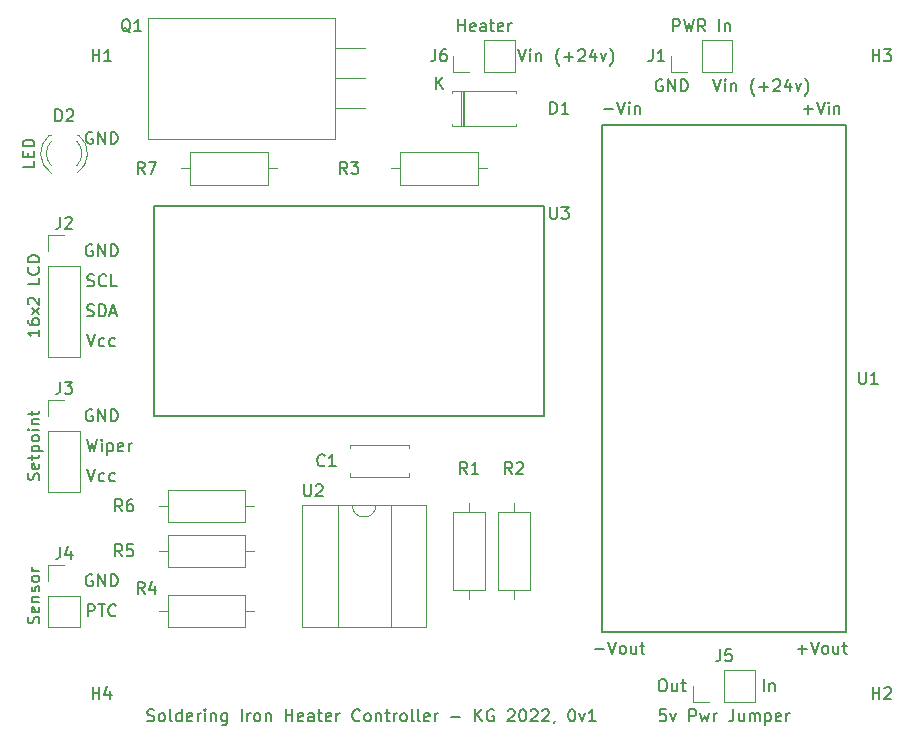
<source format=gbr>
G04 #@! TF.GenerationSoftware,KiCad,Pcbnew,(5.0.2-5)-5*
G04 #@! TF.CreationDate,2022-02-20T19:00:33+00:00*
G04 #@! TF.ProjectId,soldering_iron,736f6c64-6572-4696-9e67-5f69726f6e2e,rev?*
G04 #@! TF.SameCoordinates,Original*
G04 #@! TF.FileFunction,Legend,Top*
G04 #@! TF.FilePolarity,Positive*
%FSLAX46Y46*%
G04 Gerber Fmt 4.6, Leading zero omitted, Abs format (unit mm)*
G04 Created by KiCad (PCBNEW (5.0.2-5)-5) date Sunday, 20 February 2022 at 19:00:33*
%MOMM*%
%LPD*%
G01*
G04 APERTURE LIST*
%ADD10C,0.152400*%
%ADD11C,0.150000*%
%ADD12C,0.120000*%
%ADD13C,0.127000*%
G04 APERTURE END LIST*
D10*
X137970380Y-79199619D02*
X137970380Y-78183619D01*
X138454190Y-78522285D02*
X138454190Y-79199619D01*
X138454190Y-78619047D02*
X138502571Y-78570666D01*
X138599333Y-78522285D01*
X138744476Y-78522285D01*
X138841238Y-78570666D01*
X138889619Y-78667428D01*
X138889619Y-79199619D01*
X129328333Y-78183619D02*
X129521857Y-78183619D01*
X129618619Y-78232000D01*
X129715380Y-78328761D01*
X129763761Y-78522285D01*
X129763761Y-78860952D01*
X129715380Y-79054476D01*
X129618619Y-79151238D01*
X129521857Y-79199619D01*
X129328333Y-79199619D01*
X129231571Y-79151238D01*
X129134809Y-79054476D01*
X129086428Y-78860952D01*
X129086428Y-78522285D01*
X129134809Y-78328761D01*
X129231571Y-78232000D01*
X129328333Y-78183619D01*
X130634619Y-78522285D02*
X130634619Y-79199619D01*
X130199190Y-78522285D02*
X130199190Y-79054476D01*
X130247571Y-79151238D01*
X130344333Y-79199619D01*
X130489476Y-79199619D01*
X130586238Y-79151238D01*
X130634619Y-79102857D01*
X130973285Y-78522285D02*
X131360333Y-78522285D01*
X131118428Y-78183619D02*
X131118428Y-79054476D01*
X131166809Y-79151238D01*
X131263571Y-79199619D01*
X131360333Y-79199619D01*
X85785476Y-81691238D02*
X85930619Y-81739619D01*
X86172523Y-81739619D01*
X86269285Y-81691238D01*
X86317666Y-81642857D01*
X86366047Y-81546095D01*
X86366047Y-81449333D01*
X86317666Y-81352571D01*
X86269285Y-81304190D01*
X86172523Y-81255809D01*
X85979000Y-81207428D01*
X85882238Y-81159047D01*
X85833857Y-81110666D01*
X85785476Y-81013904D01*
X85785476Y-80917142D01*
X85833857Y-80820380D01*
X85882238Y-80772000D01*
X85979000Y-80723619D01*
X86220904Y-80723619D01*
X86366047Y-80772000D01*
X86946619Y-81739619D02*
X86849857Y-81691238D01*
X86801476Y-81642857D01*
X86753095Y-81546095D01*
X86753095Y-81255809D01*
X86801476Y-81159047D01*
X86849857Y-81110666D01*
X86946619Y-81062285D01*
X87091761Y-81062285D01*
X87188523Y-81110666D01*
X87236904Y-81159047D01*
X87285285Y-81255809D01*
X87285285Y-81546095D01*
X87236904Y-81642857D01*
X87188523Y-81691238D01*
X87091761Y-81739619D01*
X86946619Y-81739619D01*
X87865857Y-81739619D02*
X87769095Y-81691238D01*
X87720714Y-81594476D01*
X87720714Y-80723619D01*
X88688333Y-81739619D02*
X88688333Y-80723619D01*
X88688333Y-81691238D02*
X88591571Y-81739619D01*
X88398047Y-81739619D01*
X88301285Y-81691238D01*
X88252904Y-81642857D01*
X88204523Y-81546095D01*
X88204523Y-81255809D01*
X88252904Y-81159047D01*
X88301285Y-81110666D01*
X88398047Y-81062285D01*
X88591571Y-81062285D01*
X88688333Y-81110666D01*
X89559190Y-81691238D02*
X89462428Y-81739619D01*
X89268904Y-81739619D01*
X89172142Y-81691238D01*
X89123761Y-81594476D01*
X89123761Y-81207428D01*
X89172142Y-81110666D01*
X89268904Y-81062285D01*
X89462428Y-81062285D01*
X89559190Y-81110666D01*
X89607571Y-81207428D01*
X89607571Y-81304190D01*
X89123761Y-81400952D01*
X90043000Y-81739619D02*
X90043000Y-81062285D01*
X90043000Y-81255809D02*
X90091380Y-81159047D01*
X90139761Y-81110666D01*
X90236523Y-81062285D01*
X90333285Y-81062285D01*
X90671952Y-81739619D02*
X90671952Y-81062285D01*
X90671952Y-80723619D02*
X90623571Y-80772000D01*
X90671952Y-80820380D01*
X90720333Y-80772000D01*
X90671952Y-80723619D01*
X90671952Y-80820380D01*
X91155761Y-81062285D02*
X91155761Y-81739619D01*
X91155761Y-81159047D02*
X91204142Y-81110666D01*
X91300904Y-81062285D01*
X91446047Y-81062285D01*
X91542809Y-81110666D01*
X91591190Y-81207428D01*
X91591190Y-81739619D01*
X92510428Y-81062285D02*
X92510428Y-81884761D01*
X92462047Y-81981523D01*
X92413666Y-82029904D01*
X92316904Y-82078285D01*
X92171761Y-82078285D01*
X92075000Y-82029904D01*
X92510428Y-81691238D02*
X92413666Y-81739619D01*
X92220142Y-81739619D01*
X92123380Y-81691238D01*
X92075000Y-81642857D01*
X92026619Y-81546095D01*
X92026619Y-81255809D01*
X92075000Y-81159047D01*
X92123380Y-81110666D01*
X92220142Y-81062285D01*
X92413666Y-81062285D01*
X92510428Y-81110666D01*
X93768333Y-81739619D02*
X93768333Y-80723619D01*
X94252142Y-81739619D02*
X94252142Y-81062285D01*
X94252142Y-81255809D02*
X94300523Y-81159047D01*
X94348904Y-81110666D01*
X94445666Y-81062285D01*
X94542428Y-81062285D01*
X95026238Y-81739619D02*
X94929476Y-81691238D01*
X94881095Y-81642857D01*
X94832714Y-81546095D01*
X94832714Y-81255809D01*
X94881095Y-81159047D01*
X94929476Y-81110666D01*
X95026238Y-81062285D01*
X95171380Y-81062285D01*
X95268142Y-81110666D01*
X95316523Y-81159047D01*
X95364904Y-81255809D01*
X95364904Y-81546095D01*
X95316523Y-81642857D01*
X95268142Y-81691238D01*
X95171380Y-81739619D01*
X95026238Y-81739619D01*
X95800333Y-81062285D02*
X95800333Y-81739619D01*
X95800333Y-81159047D02*
X95848714Y-81110666D01*
X95945476Y-81062285D01*
X96090619Y-81062285D01*
X96187380Y-81110666D01*
X96235761Y-81207428D01*
X96235761Y-81739619D01*
X97493666Y-81739619D02*
X97493666Y-80723619D01*
X97493666Y-81207428D02*
X98074238Y-81207428D01*
X98074238Y-81739619D02*
X98074238Y-80723619D01*
X98945095Y-81691238D02*
X98848333Y-81739619D01*
X98654809Y-81739619D01*
X98558047Y-81691238D01*
X98509666Y-81594476D01*
X98509666Y-81207428D01*
X98558047Y-81110666D01*
X98654809Y-81062285D01*
X98848333Y-81062285D01*
X98945095Y-81110666D01*
X98993476Y-81207428D01*
X98993476Y-81304190D01*
X98509666Y-81400952D01*
X99864333Y-81739619D02*
X99864333Y-81207428D01*
X99815952Y-81110666D01*
X99719190Y-81062285D01*
X99525666Y-81062285D01*
X99428904Y-81110666D01*
X99864333Y-81691238D02*
X99767571Y-81739619D01*
X99525666Y-81739619D01*
X99428904Y-81691238D01*
X99380523Y-81594476D01*
X99380523Y-81497714D01*
X99428904Y-81400952D01*
X99525666Y-81352571D01*
X99767571Y-81352571D01*
X99864333Y-81304190D01*
X100203000Y-81062285D02*
X100590047Y-81062285D01*
X100348142Y-80723619D02*
X100348142Y-81594476D01*
X100396523Y-81691238D01*
X100493285Y-81739619D01*
X100590047Y-81739619D01*
X101315761Y-81691238D02*
X101219000Y-81739619D01*
X101025476Y-81739619D01*
X100928714Y-81691238D01*
X100880333Y-81594476D01*
X100880333Y-81207428D01*
X100928714Y-81110666D01*
X101025476Y-81062285D01*
X101219000Y-81062285D01*
X101315761Y-81110666D01*
X101364142Y-81207428D01*
X101364142Y-81304190D01*
X100880333Y-81400952D01*
X101799571Y-81739619D02*
X101799571Y-81062285D01*
X101799571Y-81255809D02*
X101847952Y-81159047D01*
X101896333Y-81110666D01*
X101993095Y-81062285D01*
X102089857Y-81062285D01*
X103783190Y-81642857D02*
X103734809Y-81691238D01*
X103589666Y-81739619D01*
X103492904Y-81739619D01*
X103347761Y-81691238D01*
X103251000Y-81594476D01*
X103202619Y-81497714D01*
X103154238Y-81304190D01*
X103154238Y-81159047D01*
X103202619Y-80965523D01*
X103251000Y-80868761D01*
X103347761Y-80772000D01*
X103492904Y-80723619D01*
X103589666Y-80723619D01*
X103734809Y-80772000D01*
X103783190Y-80820380D01*
X104363761Y-81739619D02*
X104267000Y-81691238D01*
X104218619Y-81642857D01*
X104170238Y-81546095D01*
X104170238Y-81255809D01*
X104218619Y-81159047D01*
X104267000Y-81110666D01*
X104363761Y-81062285D01*
X104508904Y-81062285D01*
X104605666Y-81110666D01*
X104654047Y-81159047D01*
X104702428Y-81255809D01*
X104702428Y-81546095D01*
X104654047Y-81642857D01*
X104605666Y-81691238D01*
X104508904Y-81739619D01*
X104363761Y-81739619D01*
X105137857Y-81062285D02*
X105137857Y-81739619D01*
X105137857Y-81159047D02*
X105186238Y-81110666D01*
X105283000Y-81062285D01*
X105428142Y-81062285D01*
X105524904Y-81110666D01*
X105573285Y-81207428D01*
X105573285Y-81739619D01*
X105911952Y-81062285D02*
X106299000Y-81062285D01*
X106057095Y-80723619D02*
X106057095Y-81594476D01*
X106105476Y-81691238D01*
X106202238Y-81739619D01*
X106299000Y-81739619D01*
X106637666Y-81739619D02*
X106637666Y-81062285D01*
X106637666Y-81255809D02*
X106686047Y-81159047D01*
X106734428Y-81110666D01*
X106831190Y-81062285D01*
X106927952Y-81062285D01*
X107411761Y-81739619D02*
X107315000Y-81691238D01*
X107266619Y-81642857D01*
X107218238Y-81546095D01*
X107218238Y-81255809D01*
X107266619Y-81159047D01*
X107315000Y-81110666D01*
X107411761Y-81062285D01*
X107556904Y-81062285D01*
X107653666Y-81110666D01*
X107702047Y-81159047D01*
X107750428Y-81255809D01*
X107750428Y-81546095D01*
X107702047Y-81642857D01*
X107653666Y-81691238D01*
X107556904Y-81739619D01*
X107411761Y-81739619D01*
X108331000Y-81739619D02*
X108234238Y-81691238D01*
X108185857Y-81594476D01*
X108185857Y-80723619D01*
X108863190Y-81739619D02*
X108766428Y-81691238D01*
X108718047Y-81594476D01*
X108718047Y-80723619D01*
X109637285Y-81691238D02*
X109540523Y-81739619D01*
X109347000Y-81739619D01*
X109250238Y-81691238D01*
X109201857Y-81594476D01*
X109201857Y-81207428D01*
X109250238Y-81110666D01*
X109347000Y-81062285D01*
X109540523Y-81062285D01*
X109637285Y-81110666D01*
X109685666Y-81207428D01*
X109685666Y-81304190D01*
X109201857Y-81400952D01*
X110121095Y-81739619D02*
X110121095Y-81062285D01*
X110121095Y-81255809D02*
X110169476Y-81159047D01*
X110217857Y-81110666D01*
X110314619Y-81062285D01*
X110411380Y-81062285D01*
X111524142Y-81352571D02*
X112298238Y-81352571D01*
X113556142Y-81739619D02*
X113556142Y-80723619D01*
X114136714Y-81739619D02*
X113701285Y-81159047D01*
X114136714Y-80723619D02*
X113556142Y-81304190D01*
X115104333Y-80772000D02*
X115007571Y-80723619D01*
X114862428Y-80723619D01*
X114717285Y-80772000D01*
X114620523Y-80868761D01*
X114572142Y-80965523D01*
X114523761Y-81159047D01*
X114523761Y-81304190D01*
X114572142Y-81497714D01*
X114620523Y-81594476D01*
X114717285Y-81691238D01*
X114862428Y-81739619D01*
X114959190Y-81739619D01*
X115104333Y-81691238D01*
X115152714Y-81642857D01*
X115152714Y-81304190D01*
X114959190Y-81304190D01*
X116313857Y-80820380D02*
X116362238Y-80772000D01*
X116459000Y-80723619D01*
X116700904Y-80723619D01*
X116797666Y-80772000D01*
X116846047Y-80820380D01*
X116894428Y-80917142D01*
X116894428Y-81013904D01*
X116846047Y-81159047D01*
X116265476Y-81739619D01*
X116894428Y-81739619D01*
X117523380Y-80723619D02*
X117620142Y-80723619D01*
X117716904Y-80772000D01*
X117765285Y-80820380D01*
X117813666Y-80917142D01*
X117862047Y-81110666D01*
X117862047Y-81352571D01*
X117813666Y-81546095D01*
X117765285Y-81642857D01*
X117716904Y-81691238D01*
X117620142Y-81739619D01*
X117523380Y-81739619D01*
X117426619Y-81691238D01*
X117378238Y-81642857D01*
X117329857Y-81546095D01*
X117281476Y-81352571D01*
X117281476Y-81110666D01*
X117329857Y-80917142D01*
X117378238Y-80820380D01*
X117426619Y-80772000D01*
X117523380Y-80723619D01*
X118249095Y-80820380D02*
X118297476Y-80772000D01*
X118394238Y-80723619D01*
X118636142Y-80723619D01*
X118732904Y-80772000D01*
X118781285Y-80820380D01*
X118829666Y-80917142D01*
X118829666Y-81013904D01*
X118781285Y-81159047D01*
X118200714Y-81739619D01*
X118829666Y-81739619D01*
X119216714Y-80820380D02*
X119265095Y-80772000D01*
X119361857Y-80723619D01*
X119603761Y-80723619D01*
X119700523Y-80772000D01*
X119748904Y-80820380D01*
X119797285Y-80917142D01*
X119797285Y-81013904D01*
X119748904Y-81159047D01*
X119168333Y-81739619D01*
X119797285Y-81739619D01*
X120281095Y-81691238D02*
X120281095Y-81739619D01*
X120232714Y-81836380D01*
X120184333Y-81884761D01*
X121684142Y-80723619D02*
X121780904Y-80723619D01*
X121877666Y-80772000D01*
X121926047Y-80820380D01*
X121974428Y-80917142D01*
X122022809Y-81110666D01*
X122022809Y-81352571D01*
X121974428Y-81546095D01*
X121926047Y-81642857D01*
X121877666Y-81691238D01*
X121780904Y-81739619D01*
X121684142Y-81739619D01*
X121587380Y-81691238D01*
X121539000Y-81642857D01*
X121490619Y-81546095D01*
X121442238Y-81352571D01*
X121442238Y-81110666D01*
X121490619Y-80917142D01*
X121539000Y-80820380D01*
X121587380Y-80772000D01*
X121684142Y-80723619D01*
X122361476Y-81062285D02*
X122603380Y-81739619D01*
X122845285Y-81062285D01*
X123764523Y-81739619D02*
X123183952Y-81739619D01*
X123474238Y-81739619D02*
X123474238Y-80723619D01*
X123377476Y-80868761D01*
X123280714Y-80965523D01*
X123183952Y-81013904D01*
X80663142Y-57863619D02*
X80905047Y-58879619D01*
X81098571Y-58153904D01*
X81292095Y-58879619D01*
X81534000Y-57863619D01*
X81921047Y-58879619D02*
X81921047Y-58202285D01*
X81921047Y-57863619D02*
X81872666Y-57912000D01*
X81921047Y-57960380D01*
X81969428Y-57912000D01*
X81921047Y-57863619D01*
X81921047Y-57960380D01*
X82404857Y-58202285D02*
X82404857Y-59218285D01*
X82404857Y-58250666D02*
X82501619Y-58202285D01*
X82695142Y-58202285D01*
X82791904Y-58250666D01*
X82840285Y-58299047D01*
X82888666Y-58395809D01*
X82888666Y-58686095D01*
X82840285Y-58782857D01*
X82791904Y-58831238D01*
X82695142Y-58879619D01*
X82501619Y-58879619D01*
X82404857Y-58831238D01*
X83711142Y-58831238D02*
X83614380Y-58879619D01*
X83420857Y-58879619D01*
X83324095Y-58831238D01*
X83275714Y-58734476D01*
X83275714Y-58347428D01*
X83324095Y-58250666D01*
X83420857Y-58202285D01*
X83614380Y-58202285D01*
X83711142Y-58250666D01*
X83759523Y-58347428D01*
X83759523Y-58444190D01*
X83275714Y-58540952D01*
X84194952Y-58879619D02*
X84194952Y-58202285D01*
X84194952Y-58395809D02*
X84243333Y-58299047D01*
X84291714Y-58250666D01*
X84388476Y-58202285D01*
X84485238Y-58202285D01*
X80753857Y-72849619D02*
X80753857Y-71833619D01*
X81140904Y-71833619D01*
X81237666Y-71882000D01*
X81286047Y-71930380D01*
X81334428Y-72027142D01*
X81334428Y-72172285D01*
X81286047Y-72269047D01*
X81237666Y-72317428D01*
X81140904Y-72365809D01*
X80753857Y-72365809D01*
X81624714Y-71833619D02*
X82205285Y-71833619D01*
X81915000Y-72849619D02*
X81915000Y-71833619D01*
X83124523Y-72752857D02*
X83076142Y-72801238D01*
X82931000Y-72849619D01*
X82834238Y-72849619D01*
X82689095Y-72801238D01*
X82592333Y-72704476D01*
X82543952Y-72607714D01*
X82495571Y-72414190D01*
X82495571Y-72269047D01*
X82543952Y-72075523D01*
X82592333Y-71978761D01*
X82689095Y-71882000D01*
X82834238Y-71833619D01*
X82931000Y-71833619D01*
X83076142Y-71882000D01*
X83124523Y-71930380D01*
X81140904Y-69342000D02*
X81044142Y-69293619D01*
X80899000Y-69293619D01*
X80753857Y-69342000D01*
X80657095Y-69438761D01*
X80608714Y-69535523D01*
X80560333Y-69729047D01*
X80560333Y-69874190D01*
X80608714Y-70067714D01*
X80657095Y-70164476D01*
X80753857Y-70261238D01*
X80899000Y-70309619D01*
X80995761Y-70309619D01*
X81140904Y-70261238D01*
X81189285Y-70212857D01*
X81189285Y-69874190D01*
X80995761Y-69874190D01*
X81624714Y-70309619D02*
X81624714Y-69293619D01*
X82205285Y-70309619D01*
X82205285Y-69293619D01*
X82689095Y-70309619D02*
X82689095Y-69293619D01*
X82931000Y-69293619D01*
X83076142Y-69342000D01*
X83172904Y-69438761D01*
X83221285Y-69535523D01*
X83269666Y-69729047D01*
X83269666Y-69874190D01*
X83221285Y-70067714D01*
X83172904Y-70164476D01*
X83076142Y-70261238D01*
X82931000Y-70309619D01*
X82689095Y-70309619D01*
X80705476Y-60403619D02*
X81044142Y-61419619D01*
X81382809Y-60403619D01*
X82156904Y-61371238D02*
X82060142Y-61419619D01*
X81866619Y-61419619D01*
X81769857Y-61371238D01*
X81721476Y-61322857D01*
X81673095Y-61226095D01*
X81673095Y-60935809D01*
X81721476Y-60839047D01*
X81769857Y-60790666D01*
X81866619Y-60742285D01*
X82060142Y-60742285D01*
X82156904Y-60790666D01*
X83027761Y-61371238D02*
X82931000Y-61419619D01*
X82737476Y-61419619D01*
X82640714Y-61371238D01*
X82592333Y-61322857D01*
X82543952Y-61226095D01*
X82543952Y-60935809D01*
X82592333Y-60839047D01*
X82640714Y-60790666D01*
X82737476Y-60742285D01*
X82931000Y-60742285D01*
X83027761Y-60790666D01*
X80705476Y-48973619D02*
X81044142Y-49989619D01*
X81382809Y-48973619D01*
X82156904Y-49941238D02*
X82060142Y-49989619D01*
X81866619Y-49989619D01*
X81769857Y-49941238D01*
X81721476Y-49892857D01*
X81673095Y-49796095D01*
X81673095Y-49505809D01*
X81721476Y-49409047D01*
X81769857Y-49360666D01*
X81866619Y-49312285D01*
X82060142Y-49312285D01*
X82156904Y-49360666D01*
X83027761Y-49941238D02*
X82931000Y-49989619D01*
X82737476Y-49989619D01*
X82640714Y-49941238D01*
X82592333Y-49892857D01*
X82543952Y-49796095D01*
X82543952Y-49505809D01*
X82592333Y-49409047D01*
X82640714Y-49360666D01*
X82737476Y-49312285D01*
X82931000Y-49312285D01*
X83027761Y-49360666D01*
X80681285Y-47401238D02*
X80826428Y-47449619D01*
X81068333Y-47449619D01*
X81165095Y-47401238D01*
X81213476Y-47352857D01*
X81261857Y-47256095D01*
X81261857Y-47159333D01*
X81213476Y-47062571D01*
X81165095Y-47014190D01*
X81068333Y-46965809D01*
X80874809Y-46917428D01*
X80778047Y-46869047D01*
X80729666Y-46820666D01*
X80681285Y-46723904D01*
X80681285Y-46627142D01*
X80729666Y-46530380D01*
X80778047Y-46482000D01*
X80874809Y-46433619D01*
X81116714Y-46433619D01*
X81261857Y-46482000D01*
X81697285Y-47449619D02*
X81697285Y-46433619D01*
X81939190Y-46433619D01*
X82084333Y-46482000D01*
X82181095Y-46578761D01*
X82229476Y-46675523D01*
X82277857Y-46869047D01*
X82277857Y-47014190D01*
X82229476Y-47207714D01*
X82181095Y-47304476D01*
X82084333Y-47401238D01*
X81939190Y-47449619D01*
X81697285Y-47449619D01*
X82664904Y-47159333D02*
X83148714Y-47159333D01*
X82568142Y-47449619D02*
X82906809Y-46433619D01*
X83245476Y-47449619D01*
X80705476Y-44861238D02*
X80850619Y-44909619D01*
X81092523Y-44909619D01*
X81189285Y-44861238D01*
X81237666Y-44812857D01*
X81286047Y-44716095D01*
X81286047Y-44619333D01*
X81237666Y-44522571D01*
X81189285Y-44474190D01*
X81092523Y-44425809D01*
X80899000Y-44377428D01*
X80802238Y-44329047D01*
X80753857Y-44280666D01*
X80705476Y-44183904D01*
X80705476Y-44087142D01*
X80753857Y-43990380D01*
X80802238Y-43942000D01*
X80899000Y-43893619D01*
X81140904Y-43893619D01*
X81286047Y-43942000D01*
X82302047Y-44812857D02*
X82253666Y-44861238D01*
X82108523Y-44909619D01*
X82011761Y-44909619D01*
X81866619Y-44861238D01*
X81769857Y-44764476D01*
X81721476Y-44667714D01*
X81673095Y-44474190D01*
X81673095Y-44329047D01*
X81721476Y-44135523D01*
X81769857Y-44038761D01*
X81866619Y-43942000D01*
X82011761Y-43893619D01*
X82108523Y-43893619D01*
X82253666Y-43942000D01*
X82302047Y-43990380D01*
X83221285Y-44909619D02*
X82737476Y-44909619D01*
X82737476Y-43893619D01*
X81140904Y-55372000D02*
X81044142Y-55323619D01*
X80899000Y-55323619D01*
X80753857Y-55372000D01*
X80657095Y-55468761D01*
X80608714Y-55565523D01*
X80560333Y-55759047D01*
X80560333Y-55904190D01*
X80608714Y-56097714D01*
X80657095Y-56194476D01*
X80753857Y-56291238D01*
X80899000Y-56339619D01*
X80995761Y-56339619D01*
X81140904Y-56291238D01*
X81189285Y-56242857D01*
X81189285Y-55904190D01*
X80995761Y-55904190D01*
X81624714Y-56339619D02*
X81624714Y-55323619D01*
X82205285Y-56339619D01*
X82205285Y-55323619D01*
X82689095Y-56339619D02*
X82689095Y-55323619D01*
X82931000Y-55323619D01*
X83076142Y-55372000D01*
X83172904Y-55468761D01*
X83221285Y-55565523D01*
X83269666Y-55759047D01*
X83269666Y-55904190D01*
X83221285Y-56097714D01*
X83172904Y-56194476D01*
X83076142Y-56291238D01*
X82931000Y-56339619D01*
X82689095Y-56339619D01*
X81140904Y-41402000D02*
X81044142Y-41353619D01*
X80899000Y-41353619D01*
X80753857Y-41402000D01*
X80657095Y-41498761D01*
X80608714Y-41595523D01*
X80560333Y-41789047D01*
X80560333Y-41934190D01*
X80608714Y-42127714D01*
X80657095Y-42224476D01*
X80753857Y-42321238D01*
X80899000Y-42369619D01*
X80995761Y-42369619D01*
X81140904Y-42321238D01*
X81189285Y-42272857D01*
X81189285Y-41934190D01*
X80995761Y-41934190D01*
X81624714Y-42369619D02*
X81624714Y-41353619D01*
X82205285Y-42369619D01*
X82205285Y-41353619D01*
X82689095Y-42369619D02*
X82689095Y-41353619D01*
X82931000Y-41353619D01*
X83076142Y-41402000D01*
X83172904Y-41498761D01*
X83221285Y-41595523D01*
X83269666Y-41789047D01*
X83269666Y-41934190D01*
X83221285Y-42127714D01*
X83172904Y-42224476D01*
X83076142Y-42321238D01*
X82931000Y-42369619D01*
X82689095Y-42369619D01*
X81140904Y-31877000D02*
X81044142Y-31828619D01*
X80899000Y-31828619D01*
X80753857Y-31877000D01*
X80657095Y-31973761D01*
X80608714Y-32070523D01*
X80560333Y-32264047D01*
X80560333Y-32409190D01*
X80608714Y-32602714D01*
X80657095Y-32699476D01*
X80753857Y-32796238D01*
X80899000Y-32844619D01*
X80995761Y-32844619D01*
X81140904Y-32796238D01*
X81189285Y-32747857D01*
X81189285Y-32409190D01*
X80995761Y-32409190D01*
X81624714Y-32844619D02*
X81624714Y-31828619D01*
X82205285Y-32844619D01*
X82205285Y-31828619D01*
X82689095Y-32844619D02*
X82689095Y-31828619D01*
X82931000Y-31828619D01*
X83076142Y-31877000D01*
X83172904Y-31973761D01*
X83221285Y-32070523D01*
X83269666Y-32264047D01*
X83269666Y-32409190D01*
X83221285Y-32602714D01*
X83172904Y-32699476D01*
X83076142Y-32796238D01*
X82931000Y-32844619D01*
X82689095Y-32844619D01*
X117196809Y-24843619D02*
X117535476Y-25859619D01*
X117874142Y-24843619D01*
X118212809Y-25859619D02*
X118212809Y-25182285D01*
X118212809Y-24843619D02*
X118164428Y-24892000D01*
X118212809Y-24940380D01*
X118261190Y-24892000D01*
X118212809Y-24843619D01*
X118212809Y-24940380D01*
X118696619Y-25182285D02*
X118696619Y-25859619D01*
X118696619Y-25279047D02*
X118745000Y-25230666D01*
X118841761Y-25182285D01*
X118986904Y-25182285D01*
X119083666Y-25230666D01*
X119132047Y-25327428D01*
X119132047Y-25859619D01*
X120680238Y-26246666D02*
X120631857Y-26198285D01*
X120535095Y-26053142D01*
X120486714Y-25956380D01*
X120438333Y-25811238D01*
X120389952Y-25569333D01*
X120389952Y-25375809D01*
X120438333Y-25133904D01*
X120486714Y-24988761D01*
X120535095Y-24892000D01*
X120631857Y-24746857D01*
X120680238Y-24698476D01*
X121067285Y-25472571D02*
X121841380Y-25472571D01*
X121454333Y-25859619D02*
X121454333Y-25085523D01*
X122276809Y-24940380D02*
X122325190Y-24892000D01*
X122421952Y-24843619D01*
X122663857Y-24843619D01*
X122760619Y-24892000D01*
X122809000Y-24940380D01*
X122857380Y-25037142D01*
X122857380Y-25133904D01*
X122809000Y-25279047D01*
X122228428Y-25859619D01*
X122857380Y-25859619D01*
X123728238Y-25182285D02*
X123728238Y-25859619D01*
X123486333Y-24795238D02*
X123244428Y-25520952D01*
X123873380Y-25520952D01*
X124163666Y-25182285D02*
X124405571Y-25859619D01*
X124647476Y-25182285D01*
X124937761Y-26246666D02*
X124986142Y-26198285D01*
X125082904Y-26053142D01*
X125131285Y-25956380D01*
X125179666Y-25811238D01*
X125228047Y-25569333D01*
X125228047Y-25375809D01*
X125179666Y-25133904D01*
X125131285Y-24988761D01*
X125082904Y-24892000D01*
X124986142Y-24746857D01*
X124937761Y-24698476D01*
X129400904Y-27432000D02*
X129304142Y-27383619D01*
X129159000Y-27383619D01*
X129013857Y-27432000D01*
X128917095Y-27528761D01*
X128868714Y-27625523D01*
X128820333Y-27819047D01*
X128820333Y-27964190D01*
X128868714Y-28157714D01*
X128917095Y-28254476D01*
X129013857Y-28351238D01*
X129159000Y-28399619D01*
X129255761Y-28399619D01*
X129400904Y-28351238D01*
X129449285Y-28302857D01*
X129449285Y-27964190D01*
X129255761Y-27964190D01*
X129884714Y-28399619D02*
X129884714Y-27383619D01*
X130465285Y-28399619D01*
X130465285Y-27383619D01*
X130949095Y-28399619D02*
X130949095Y-27383619D01*
X131191000Y-27383619D01*
X131336142Y-27432000D01*
X131432904Y-27528761D01*
X131481285Y-27625523D01*
X131529666Y-27819047D01*
X131529666Y-27964190D01*
X131481285Y-28157714D01*
X131432904Y-28254476D01*
X131336142Y-28351238D01*
X131191000Y-28399619D01*
X130949095Y-28399619D01*
X133706809Y-27383619D02*
X134045476Y-28399619D01*
X134384142Y-27383619D01*
X134722809Y-28399619D02*
X134722809Y-27722285D01*
X134722809Y-27383619D02*
X134674428Y-27432000D01*
X134722809Y-27480380D01*
X134771190Y-27432000D01*
X134722809Y-27383619D01*
X134722809Y-27480380D01*
X135206619Y-27722285D02*
X135206619Y-28399619D01*
X135206619Y-27819047D02*
X135255000Y-27770666D01*
X135351761Y-27722285D01*
X135496904Y-27722285D01*
X135593666Y-27770666D01*
X135642047Y-27867428D01*
X135642047Y-28399619D01*
X137190238Y-28786666D02*
X137141857Y-28738285D01*
X137045095Y-28593142D01*
X136996714Y-28496380D01*
X136948333Y-28351238D01*
X136899952Y-28109333D01*
X136899952Y-27915809D01*
X136948333Y-27673904D01*
X136996714Y-27528761D01*
X137045095Y-27432000D01*
X137141857Y-27286857D01*
X137190238Y-27238476D01*
X137577285Y-28012571D02*
X138351380Y-28012571D01*
X137964333Y-28399619D02*
X137964333Y-27625523D01*
X138786809Y-27480380D02*
X138835190Y-27432000D01*
X138931952Y-27383619D01*
X139173857Y-27383619D01*
X139270619Y-27432000D01*
X139319000Y-27480380D01*
X139367380Y-27577142D01*
X139367380Y-27673904D01*
X139319000Y-27819047D01*
X138738428Y-28399619D01*
X139367380Y-28399619D01*
X140238238Y-27722285D02*
X140238238Y-28399619D01*
X139996333Y-27335238D02*
X139754428Y-28060952D01*
X140383380Y-28060952D01*
X140673666Y-27722285D02*
X140915571Y-28399619D01*
X141157476Y-27722285D01*
X141447761Y-28786666D02*
X141496142Y-28738285D01*
X141592904Y-28593142D01*
X141641285Y-28496380D01*
X141689666Y-28351238D01*
X141738047Y-28109333D01*
X141738047Y-27915809D01*
X141689666Y-27673904D01*
X141641285Y-27528761D01*
X141592904Y-27432000D01*
X141496142Y-27286857D01*
X141447761Y-27238476D01*
D11*
G04 #@! TO.C,U1*
X144938750Y-31273750D02*
X144938750Y-74136250D01*
X144938750Y-74136250D02*
X124301250Y-74136250D01*
X124301250Y-31273750D02*
X124301250Y-74136250D01*
X144938750Y-31273750D02*
X124301250Y-31273750D01*
D12*
G04 #@! TO.C,J1*
X130115000Y-26730000D02*
X130115000Y-25400000D01*
X131445000Y-26730000D02*
X130115000Y-26730000D01*
X132715000Y-26730000D02*
X132715000Y-24070000D01*
X132715000Y-24070000D02*
X135315000Y-24070000D01*
X132715000Y-26730000D02*
X135315000Y-26730000D01*
X135315000Y-26730000D02*
X135315000Y-24070000D01*
G04 #@! TO.C,J3*
X77410000Y-54550000D02*
X78740000Y-54550000D01*
X77410000Y-55880000D02*
X77410000Y-54550000D01*
X77410000Y-57150000D02*
X80070000Y-57150000D01*
X80070000Y-57150000D02*
X80070000Y-62290000D01*
X77410000Y-57150000D02*
X77410000Y-62290000D01*
X77410000Y-62290000D02*
X80070000Y-62290000D01*
G04 #@! TO.C,U2*
X109390000Y-63380000D02*
X98890000Y-63380000D01*
X109390000Y-73780000D02*
X109390000Y-63380000D01*
X98890000Y-73780000D02*
X109390000Y-73780000D01*
X98890000Y-63380000D02*
X98890000Y-73780000D01*
X106390000Y-63440000D02*
X105140000Y-63440000D01*
X106390000Y-73720000D02*
X106390000Y-63440000D01*
X101890000Y-73720000D02*
X106390000Y-73720000D01*
X101890000Y-63440000D02*
X101890000Y-73720000D01*
X103140000Y-63440000D02*
X101890000Y-63440000D01*
X105140000Y-63440000D02*
G75*
G02X103140000Y-63440000I-1000000J0D01*
G01*
G04 #@! TO.C,D1*
X112360000Y-28375000D02*
X112360000Y-31315000D01*
X112600000Y-28375000D02*
X112600000Y-31315000D01*
X112480000Y-28375000D02*
X112480000Y-31315000D01*
X117020000Y-31315000D02*
X117020000Y-31185000D01*
X111580000Y-31315000D02*
X117020000Y-31315000D01*
X111580000Y-31185000D02*
X111580000Y-31315000D01*
X117020000Y-28375000D02*
X117020000Y-28505000D01*
X111580000Y-28375000D02*
X117020000Y-28375000D01*
X111580000Y-28505000D02*
X111580000Y-28375000D01*
G04 #@! TO.C,D2*
X77660000Y-32095000D02*
X77504000Y-32095000D01*
X79976000Y-32095000D02*
X79820000Y-32095000D01*
X77660163Y-34696130D02*
G75*
G02X77660000Y-32614039I1079837J1041130D01*
G01*
X79819837Y-34696130D02*
G75*
G03X79820000Y-32614039I-1079837J1041130D01*
G01*
X77661392Y-35327335D02*
G75*
G02X77504484Y-32095000I1078608J1672335D01*
G01*
X79818608Y-35327335D02*
G75*
G03X79975516Y-32095000I-1078608J1672335D01*
G01*
G04 #@! TO.C,J5*
X132020000Y-80070000D02*
X132020000Y-78740000D01*
X133350000Y-80070000D02*
X132020000Y-80070000D01*
X134620000Y-80070000D02*
X134620000Y-77410000D01*
X134620000Y-77410000D02*
X137220000Y-77410000D01*
X134620000Y-80070000D02*
X137220000Y-80070000D01*
X137220000Y-80070000D02*
X137220000Y-77410000D01*
G04 #@! TO.C,Q1*
X101720000Y-24765000D02*
X104260000Y-24765000D01*
X101720000Y-27305000D02*
X104260000Y-27305000D01*
X101720000Y-29845000D02*
X104260000Y-29845000D01*
X85830000Y-22185000D02*
X101720000Y-22185000D01*
X85830000Y-32425000D02*
X101720000Y-32425000D01*
X85830000Y-32425000D02*
X85830000Y-22185000D01*
X101720000Y-32425000D02*
X101720000Y-22185000D01*
G04 #@! TO.C,R1*
X113030000Y-71350000D02*
X113030000Y-70580000D01*
X113030000Y-63270000D02*
X113030000Y-64040000D01*
X114400000Y-70580000D02*
X114400000Y-64040000D01*
X111660000Y-70580000D02*
X114400000Y-70580000D01*
X111660000Y-64040000D02*
X111660000Y-70580000D01*
X114400000Y-64040000D02*
X111660000Y-64040000D01*
G04 #@! TO.C,R2*
X116840000Y-63270000D02*
X116840000Y-64040000D01*
X116840000Y-71350000D02*
X116840000Y-70580000D01*
X115470000Y-64040000D02*
X115470000Y-70580000D01*
X118210000Y-64040000D02*
X115470000Y-64040000D01*
X118210000Y-70580000D02*
X118210000Y-64040000D01*
X115470000Y-70580000D02*
X118210000Y-70580000D01*
G04 #@! TO.C,R3*
X114530000Y-34925000D02*
X113760000Y-34925000D01*
X106450000Y-34925000D02*
X107220000Y-34925000D01*
X113760000Y-33555000D02*
X107220000Y-33555000D01*
X113760000Y-36295000D02*
X113760000Y-33555000D01*
X107220000Y-36295000D02*
X113760000Y-36295000D01*
X107220000Y-33555000D02*
X107220000Y-36295000D01*
G04 #@! TO.C,R4*
X86765000Y-72390000D02*
X87535000Y-72390000D01*
X94845000Y-72390000D02*
X94075000Y-72390000D01*
X87535000Y-73760000D02*
X94075000Y-73760000D01*
X87535000Y-71020000D02*
X87535000Y-73760000D01*
X94075000Y-71020000D02*
X87535000Y-71020000D01*
X94075000Y-73760000D02*
X94075000Y-71020000D01*
G04 #@! TO.C,R5*
X86765000Y-67310000D02*
X87535000Y-67310000D01*
X94845000Y-67310000D02*
X94075000Y-67310000D01*
X87535000Y-68680000D02*
X94075000Y-68680000D01*
X87535000Y-65940000D02*
X87535000Y-68680000D01*
X94075000Y-65940000D02*
X87535000Y-65940000D01*
X94075000Y-68680000D02*
X94075000Y-65940000D01*
G04 #@! TO.C,R6*
X94845000Y-63500000D02*
X94075000Y-63500000D01*
X86765000Y-63500000D02*
X87535000Y-63500000D01*
X94075000Y-62130000D02*
X87535000Y-62130000D01*
X94075000Y-64870000D02*
X94075000Y-62130000D01*
X87535000Y-64870000D02*
X94075000Y-64870000D01*
X87535000Y-62130000D02*
X87535000Y-64870000D01*
G04 #@! TO.C,R7*
X96750000Y-34925000D02*
X95980000Y-34925000D01*
X88670000Y-34925000D02*
X89440000Y-34925000D01*
X95980000Y-33555000D02*
X89440000Y-33555000D01*
X95980000Y-36295000D02*
X95980000Y-33555000D01*
X89440000Y-36295000D02*
X95980000Y-36295000D01*
X89440000Y-33555000D02*
X89440000Y-36295000D01*
G04 #@! TO.C,C1*
X102980000Y-58635000D02*
X102980000Y-58320000D01*
X102980000Y-61060000D02*
X102980000Y-60745000D01*
X107920000Y-58635000D02*
X107920000Y-58320000D01*
X107920000Y-61060000D02*
X107920000Y-60745000D01*
X107920000Y-58320000D02*
X102980000Y-58320000D01*
X107920000Y-61060000D02*
X102980000Y-61060000D01*
G04 #@! TO.C,J6*
X111700000Y-26730000D02*
X111700000Y-25400000D01*
X113030000Y-26730000D02*
X111700000Y-26730000D01*
X114300000Y-26730000D02*
X114300000Y-24070000D01*
X114300000Y-24070000D02*
X116900000Y-24070000D01*
X114300000Y-26730000D02*
X116900000Y-26730000D01*
X116900000Y-26730000D02*
X116900000Y-24070000D01*
G04 #@! TO.C,J2*
X77410000Y-40580000D02*
X78740000Y-40580000D01*
X77410000Y-41910000D02*
X77410000Y-40580000D01*
X77410000Y-43180000D02*
X80070000Y-43180000D01*
X80070000Y-43180000D02*
X80070000Y-50860000D01*
X77410000Y-43180000D02*
X77410000Y-50860000D01*
X77410000Y-50860000D02*
X80070000Y-50860000D01*
G04 #@! TO.C,J4*
X77410000Y-68520000D02*
X78740000Y-68520000D01*
X77410000Y-69850000D02*
X77410000Y-68520000D01*
X77410000Y-71120000D02*
X80070000Y-71120000D01*
X80070000Y-71120000D02*
X80070000Y-73720000D01*
X77410000Y-71120000D02*
X77410000Y-73720000D01*
X77410000Y-73720000D02*
X80070000Y-73720000D01*
D13*
G04 #@! TO.C,U3*
X119380000Y-38100000D02*
X86360000Y-38100000D01*
X86360000Y-38100000D02*
X86360000Y-55880000D01*
X86360000Y-55880000D02*
X119380000Y-55880000D01*
X119380000Y-55880000D02*
X119380000Y-38100000D01*
G04 #@! TO.C,U1*
D11*
X146050095Y-52157380D02*
X146050095Y-52966904D01*
X146097714Y-53062142D01*
X146145333Y-53109761D01*
X146240571Y-53157380D01*
X146431047Y-53157380D01*
X146526285Y-53109761D01*
X146573904Y-53062142D01*
X146621523Y-52966904D01*
X146621523Y-52157380D01*
X147621523Y-53157380D02*
X147050095Y-53157380D01*
X147335809Y-53157380D02*
X147335809Y-52157380D01*
X147240571Y-52300238D01*
X147145333Y-52395476D01*
X147050095Y-52443095D01*
X123730000Y-75636428D02*
X124491904Y-75636428D01*
X124825238Y-75017380D02*
X125158571Y-76017380D01*
X125491904Y-75017380D01*
X125968095Y-76017380D02*
X125872857Y-75969761D01*
X125825238Y-75922142D01*
X125777619Y-75826904D01*
X125777619Y-75541190D01*
X125825238Y-75445952D01*
X125872857Y-75398333D01*
X125968095Y-75350714D01*
X126110952Y-75350714D01*
X126206190Y-75398333D01*
X126253809Y-75445952D01*
X126301428Y-75541190D01*
X126301428Y-75826904D01*
X126253809Y-75922142D01*
X126206190Y-75969761D01*
X126110952Y-76017380D01*
X125968095Y-76017380D01*
X127158571Y-75350714D02*
X127158571Y-76017380D01*
X126730000Y-75350714D02*
X126730000Y-75874523D01*
X126777619Y-75969761D01*
X126872857Y-76017380D01*
X127015714Y-76017380D01*
X127110952Y-75969761D01*
X127158571Y-75922142D01*
X127491904Y-75350714D02*
X127872857Y-75350714D01*
X127634761Y-75017380D02*
X127634761Y-75874523D01*
X127682380Y-75969761D01*
X127777619Y-76017380D01*
X127872857Y-76017380D01*
X140875000Y-75636428D02*
X141636904Y-75636428D01*
X141255952Y-76017380D02*
X141255952Y-75255476D01*
X141970238Y-75017380D02*
X142303571Y-76017380D01*
X142636904Y-75017380D01*
X143113095Y-76017380D02*
X143017857Y-75969761D01*
X142970238Y-75922142D01*
X142922619Y-75826904D01*
X142922619Y-75541190D01*
X142970238Y-75445952D01*
X143017857Y-75398333D01*
X143113095Y-75350714D01*
X143255952Y-75350714D01*
X143351190Y-75398333D01*
X143398809Y-75445952D01*
X143446428Y-75541190D01*
X143446428Y-75826904D01*
X143398809Y-75922142D01*
X143351190Y-75969761D01*
X143255952Y-76017380D01*
X143113095Y-76017380D01*
X144303571Y-75350714D02*
X144303571Y-76017380D01*
X143875000Y-75350714D02*
X143875000Y-75874523D01*
X143922619Y-75969761D01*
X144017857Y-76017380D01*
X144160714Y-76017380D01*
X144255952Y-75969761D01*
X144303571Y-75922142D01*
X144636904Y-75350714D02*
X145017857Y-75350714D01*
X144779761Y-75017380D02*
X144779761Y-75874523D01*
X144827380Y-75969761D01*
X144922619Y-76017380D01*
X145017857Y-76017380D01*
X124484000Y-29916428D02*
X125245904Y-29916428D01*
X125579238Y-29297380D02*
X125912571Y-30297380D01*
X126245904Y-29297380D01*
X126579238Y-30297380D02*
X126579238Y-29630714D01*
X126579238Y-29297380D02*
X126531619Y-29345000D01*
X126579238Y-29392619D01*
X126626857Y-29345000D01*
X126579238Y-29297380D01*
X126579238Y-29392619D01*
X127055428Y-29630714D02*
X127055428Y-30297380D01*
X127055428Y-29725952D02*
X127103047Y-29678333D01*
X127198285Y-29630714D01*
X127341142Y-29630714D01*
X127436380Y-29678333D01*
X127484000Y-29773571D01*
X127484000Y-30297380D01*
X141375000Y-29916428D02*
X142136904Y-29916428D01*
X141755952Y-30297380D02*
X141755952Y-29535476D01*
X142470238Y-29297380D02*
X142803571Y-30297380D01*
X143136904Y-29297380D01*
X143470238Y-30297380D02*
X143470238Y-29630714D01*
X143470238Y-29297380D02*
X143422619Y-29345000D01*
X143470238Y-29392619D01*
X143517857Y-29345000D01*
X143470238Y-29297380D01*
X143470238Y-29392619D01*
X143946428Y-29630714D02*
X143946428Y-30297380D01*
X143946428Y-29725952D02*
X143994047Y-29678333D01*
X144089285Y-29630714D01*
X144232142Y-29630714D01*
X144327380Y-29678333D01*
X144375000Y-29773571D01*
X144375000Y-30297380D01*
G04 #@! TO.C,J1*
X128571666Y-24852380D02*
X128571666Y-25566666D01*
X128524047Y-25709523D01*
X128428809Y-25804761D01*
X128285952Y-25852380D01*
X128190714Y-25852380D01*
X129571666Y-25852380D02*
X129000238Y-25852380D01*
X129285952Y-25852380D02*
X129285952Y-24852380D01*
X129190714Y-24995238D01*
X129095476Y-25090476D01*
X129000238Y-25138095D01*
X130310238Y-23312380D02*
X130310238Y-22312380D01*
X130691190Y-22312380D01*
X130786428Y-22360000D01*
X130834047Y-22407619D01*
X130881666Y-22502857D01*
X130881666Y-22645714D01*
X130834047Y-22740952D01*
X130786428Y-22788571D01*
X130691190Y-22836190D01*
X130310238Y-22836190D01*
X131215000Y-22312380D02*
X131453095Y-23312380D01*
X131643571Y-22598095D01*
X131834047Y-23312380D01*
X132072142Y-22312380D01*
X133024523Y-23312380D02*
X132691190Y-22836190D01*
X132453095Y-23312380D02*
X132453095Y-22312380D01*
X132834047Y-22312380D01*
X132929285Y-22360000D01*
X132976904Y-22407619D01*
X133024523Y-22502857D01*
X133024523Y-22645714D01*
X132976904Y-22740952D01*
X132929285Y-22788571D01*
X132834047Y-22836190D01*
X132453095Y-22836190D01*
X134215000Y-23312380D02*
X134215000Y-22312380D01*
X134691190Y-22645714D02*
X134691190Y-23312380D01*
X134691190Y-22740952D02*
X134738809Y-22693333D01*
X134834047Y-22645714D01*
X134976904Y-22645714D01*
X135072142Y-22693333D01*
X135119761Y-22788571D01*
X135119761Y-23312380D01*
G04 #@! TO.C,J3*
X78406666Y-53002380D02*
X78406666Y-53716666D01*
X78359047Y-53859523D01*
X78263809Y-53954761D01*
X78120952Y-54002380D01*
X78025714Y-54002380D01*
X78787619Y-53002380D02*
X79406666Y-53002380D01*
X79073333Y-53383333D01*
X79216190Y-53383333D01*
X79311428Y-53430952D01*
X79359047Y-53478571D01*
X79406666Y-53573809D01*
X79406666Y-53811904D01*
X79359047Y-53907142D01*
X79311428Y-53954761D01*
X79216190Y-54002380D01*
X78930476Y-54002380D01*
X78835238Y-53954761D01*
X78787619Y-53907142D01*
X76604761Y-61300952D02*
X76652380Y-61158095D01*
X76652380Y-60920000D01*
X76604761Y-60824761D01*
X76557142Y-60777142D01*
X76461904Y-60729523D01*
X76366666Y-60729523D01*
X76271428Y-60777142D01*
X76223809Y-60824761D01*
X76176190Y-60920000D01*
X76128571Y-61110476D01*
X76080952Y-61205714D01*
X76033333Y-61253333D01*
X75938095Y-61300952D01*
X75842857Y-61300952D01*
X75747619Y-61253333D01*
X75700000Y-61205714D01*
X75652380Y-61110476D01*
X75652380Y-60872380D01*
X75700000Y-60729523D01*
X76604761Y-59920000D02*
X76652380Y-60015238D01*
X76652380Y-60205714D01*
X76604761Y-60300952D01*
X76509523Y-60348571D01*
X76128571Y-60348571D01*
X76033333Y-60300952D01*
X75985714Y-60205714D01*
X75985714Y-60015238D01*
X76033333Y-59920000D01*
X76128571Y-59872380D01*
X76223809Y-59872380D01*
X76319047Y-60348571D01*
X75985714Y-59586666D02*
X75985714Y-59205714D01*
X75652380Y-59443809D02*
X76509523Y-59443809D01*
X76604761Y-59396190D01*
X76652380Y-59300952D01*
X76652380Y-59205714D01*
X75985714Y-58872380D02*
X76985714Y-58872380D01*
X76033333Y-58872380D02*
X75985714Y-58777142D01*
X75985714Y-58586666D01*
X76033333Y-58491428D01*
X76080952Y-58443809D01*
X76176190Y-58396190D01*
X76461904Y-58396190D01*
X76557142Y-58443809D01*
X76604761Y-58491428D01*
X76652380Y-58586666D01*
X76652380Y-58777142D01*
X76604761Y-58872380D01*
X76652380Y-57824761D02*
X76604761Y-57920000D01*
X76557142Y-57967619D01*
X76461904Y-58015238D01*
X76176190Y-58015238D01*
X76080952Y-57967619D01*
X76033333Y-57920000D01*
X75985714Y-57824761D01*
X75985714Y-57681904D01*
X76033333Y-57586666D01*
X76080952Y-57539047D01*
X76176190Y-57491428D01*
X76461904Y-57491428D01*
X76557142Y-57539047D01*
X76604761Y-57586666D01*
X76652380Y-57681904D01*
X76652380Y-57824761D01*
X76652380Y-57062857D02*
X75985714Y-57062857D01*
X75652380Y-57062857D02*
X75700000Y-57110476D01*
X75747619Y-57062857D01*
X75700000Y-57015238D01*
X75652380Y-57062857D01*
X75747619Y-57062857D01*
X75985714Y-56586666D02*
X76652380Y-56586666D01*
X76080952Y-56586666D02*
X76033333Y-56539047D01*
X75985714Y-56443809D01*
X75985714Y-56300952D01*
X76033333Y-56205714D01*
X76128571Y-56158095D01*
X76652380Y-56158095D01*
X75985714Y-55824761D02*
X75985714Y-55443809D01*
X75652380Y-55681904D02*
X76509523Y-55681904D01*
X76604761Y-55634285D01*
X76652380Y-55539047D01*
X76652380Y-55443809D01*
G04 #@! TO.C,U2*
X99060095Y-61682380D02*
X99060095Y-62491904D01*
X99107714Y-62587142D01*
X99155333Y-62634761D01*
X99250571Y-62682380D01*
X99441047Y-62682380D01*
X99536285Y-62634761D01*
X99583904Y-62587142D01*
X99631523Y-62491904D01*
X99631523Y-61682380D01*
X100060095Y-61777619D02*
X100107714Y-61730000D01*
X100202952Y-61682380D01*
X100441047Y-61682380D01*
X100536285Y-61730000D01*
X100583904Y-61777619D01*
X100631523Y-61872857D01*
X100631523Y-61968095D01*
X100583904Y-62110952D01*
X100012476Y-62682380D01*
X100631523Y-62682380D01*
G04 #@! TO.C,D1*
X119911904Y-30297380D02*
X119911904Y-29297380D01*
X120150000Y-29297380D01*
X120292857Y-29345000D01*
X120388095Y-29440238D01*
X120435714Y-29535476D01*
X120483333Y-29725952D01*
X120483333Y-29868809D01*
X120435714Y-30059285D01*
X120388095Y-30154523D01*
X120292857Y-30249761D01*
X120150000Y-30297380D01*
X119911904Y-30297380D01*
X121435714Y-30297380D02*
X120864285Y-30297380D01*
X121150000Y-30297380D02*
X121150000Y-29297380D01*
X121054761Y-29440238D01*
X120959523Y-29535476D01*
X120864285Y-29583095D01*
X110228095Y-28197380D02*
X110228095Y-27197380D01*
X110799523Y-28197380D02*
X110370952Y-27625952D01*
X110799523Y-27197380D02*
X110228095Y-27768809D01*
G04 #@! TO.C,D2*
X78001904Y-30932380D02*
X78001904Y-29932380D01*
X78240000Y-29932380D01*
X78382857Y-29980000D01*
X78478095Y-30075238D01*
X78525714Y-30170476D01*
X78573333Y-30360952D01*
X78573333Y-30503809D01*
X78525714Y-30694285D01*
X78478095Y-30789523D01*
X78382857Y-30884761D01*
X78240000Y-30932380D01*
X78001904Y-30932380D01*
X78954285Y-30027619D02*
X79001904Y-29980000D01*
X79097142Y-29932380D01*
X79335238Y-29932380D01*
X79430476Y-29980000D01*
X79478095Y-30027619D01*
X79525714Y-30122857D01*
X79525714Y-30218095D01*
X79478095Y-30360952D01*
X78906666Y-30932380D01*
X79525714Y-30932380D01*
X76232380Y-34297857D02*
X76232380Y-34774047D01*
X75232380Y-34774047D01*
X75708571Y-33964523D02*
X75708571Y-33631190D01*
X76232380Y-33488333D02*
X76232380Y-33964523D01*
X75232380Y-33964523D01*
X75232380Y-33488333D01*
X76232380Y-33059761D02*
X75232380Y-33059761D01*
X75232380Y-32821666D01*
X75280000Y-32678809D01*
X75375238Y-32583571D01*
X75470476Y-32535952D01*
X75660952Y-32488333D01*
X75803809Y-32488333D01*
X75994285Y-32535952D01*
X76089523Y-32583571D01*
X76184761Y-32678809D01*
X76232380Y-32821666D01*
X76232380Y-33059761D01*
G04 #@! TO.C,J5*
X134286666Y-75652380D02*
X134286666Y-76366666D01*
X134239047Y-76509523D01*
X134143809Y-76604761D01*
X134000952Y-76652380D01*
X133905714Y-76652380D01*
X135239047Y-75652380D02*
X134762857Y-75652380D01*
X134715238Y-76128571D01*
X134762857Y-76080952D01*
X134858095Y-76033333D01*
X135096190Y-76033333D01*
X135191428Y-76080952D01*
X135239047Y-76128571D01*
X135286666Y-76223809D01*
X135286666Y-76461904D01*
X135239047Y-76557142D01*
X135191428Y-76604761D01*
X135096190Y-76652380D01*
X134858095Y-76652380D01*
X134762857Y-76604761D01*
X134715238Y-76557142D01*
X129691428Y-80732380D02*
X129215238Y-80732380D01*
X129167619Y-81208571D01*
X129215238Y-81160952D01*
X129310476Y-81113333D01*
X129548571Y-81113333D01*
X129643809Y-81160952D01*
X129691428Y-81208571D01*
X129739047Y-81303809D01*
X129739047Y-81541904D01*
X129691428Y-81637142D01*
X129643809Y-81684761D01*
X129548571Y-81732380D01*
X129310476Y-81732380D01*
X129215238Y-81684761D01*
X129167619Y-81637142D01*
X130072380Y-81065714D02*
X130310476Y-81732380D01*
X130548571Y-81065714D01*
X131691428Y-81732380D02*
X131691428Y-80732380D01*
X132072380Y-80732380D01*
X132167619Y-80780000D01*
X132215238Y-80827619D01*
X132262857Y-80922857D01*
X132262857Y-81065714D01*
X132215238Y-81160952D01*
X132167619Y-81208571D01*
X132072380Y-81256190D01*
X131691428Y-81256190D01*
X132596190Y-81065714D02*
X132786666Y-81732380D01*
X132977142Y-81256190D01*
X133167619Y-81732380D01*
X133358095Y-81065714D01*
X133739047Y-81732380D02*
X133739047Y-81065714D01*
X133739047Y-81256190D02*
X133786666Y-81160952D01*
X133834285Y-81113333D01*
X133929523Y-81065714D01*
X134024761Y-81065714D01*
X135405714Y-80732380D02*
X135405714Y-81446666D01*
X135358095Y-81589523D01*
X135262857Y-81684761D01*
X135120000Y-81732380D01*
X135024761Y-81732380D01*
X136310476Y-81065714D02*
X136310476Y-81732380D01*
X135881904Y-81065714D02*
X135881904Y-81589523D01*
X135929523Y-81684761D01*
X136024761Y-81732380D01*
X136167619Y-81732380D01*
X136262857Y-81684761D01*
X136310476Y-81637142D01*
X136786666Y-81732380D02*
X136786666Y-81065714D01*
X136786666Y-81160952D02*
X136834285Y-81113333D01*
X136929523Y-81065714D01*
X137072380Y-81065714D01*
X137167619Y-81113333D01*
X137215238Y-81208571D01*
X137215238Y-81732380D01*
X137215238Y-81208571D02*
X137262857Y-81113333D01*
X137358095Y-81065714D01*
X137500952Y-81065714D01*
X137596190Y-81113333D01*
X137643809Y-81208571D01*
X137643809Y-81732380D01*
X138120000Y-81065714D02*
X138120000Y-82065714D01*
X138120000Y-81113333D02*
X138215238Y-81065714D01*
X138405714Y-81065714D01*
X138500952Y-81113333D01*
X138548571Y-81160952D01*
X138596190Y-81256190D01*
X138596190Y-81541904D01*
X138548571Y-81637142D01*
X138500952Y-81684761D01*
X138405714Y-81732380D01*
X138215238Y-81732380D01*
X138120000Y-81684761D01*
X139405714Y-81684761D02*
X139310476Y-81732380D01*
X139120000Y-81732380D01*
X139024761Y-81684761D01*
X138977142Y-81589523D01*
X138977142Y-81208571D01*
X139024761Y-81113333D01*
X139120000Y-81065714D01*
X139310476Y-81065714D01*
X139405714Y-81113333D01*
X139453333Y-81208571D01*
X139453333Y-81303809D01*
X138977142Y-81399047D01*
X139881904Y-81732380D02*
X139881904Y-81065714D01*
X139881904Y-81256190D02*
X139929523Y-81160952D01*
X139977142Y-81113333D01*
X140072380Y-81065714D01*
X140167619Y-81065714D01*
G04 #@! TO.C,Q1*
X84359761Y-23407619D02*
X84264523Y-23360000D01*
X84169285Y-23264761D01*
X84026428Y-23121904D01*
X83931190Y-23074285D01*
X83835952Y-23074285D01*
X83883571Y-23312380D02*
X83788333Y-23264761D01*
X83693095Y-23169523D01*
X83645476Y-22979047D01*
X83645476Y-22645714D01*
X83693095Y-22455238D01*
X83788333Y-22360000D01*
X83883571Y-22312380D01*
X84074047Y-22312380D01*
X84169285Y-22360000D01*
X84264523Y-22455238D01*
X84312142Y-22645714D01*
X84312142Y-22979047D01*
X84264523Y-23169523D01*
X84169285Y-23264761D01*
X84074047Y-23312380D01*
X83883571Y-23312380D01*
X85264523Y-23312380D02*
X84693095Y-23312380D01*
X84978809Y-23312380D02*
X84978809Y-22312380D01*
X84883571Y-22455238D01*
X84788333Y-22550476D01*
X84693095Y-22598095D01*
G04 #@! TO.C,H1*
X81153095Y-25852380D02*
X81153095Y-24852380D01*
X81153095Y-25328571D02*
X81724523Y-25328571D01*
X81724523Y-25852380D02*
X81724523Y-24852380D01*
X82724523Y-25852380D02*
X82153095Y-25852380D01*
X82438809Y-25852380D02*
X82438809Y-24852380D01*
X82343571Y-24995238D01*
X82248333Y-25090476D01*
X82153095Y-25138095D01*
G04 #@! TO.C,H2*
X147193095Y-79827380D02*
X147193095Y-78827380D01*
X147193095Y-79303571D02*
X147764523Y-79303571D01*
X147764523Y-79827380D02*
X147764523Y-78827380D01*
X148193095Y-78922619D02*
X148240714Y-78875000D01*
X148335952Y-78827380D01*
X148574047Y-78827380D01*
X148669285Y-78875000D01*
X148716904Y-78922619D01*
X148764523Y-79017857D01*
X148764523Y-79113095D01*
X148716904Y-79255952D01*
X148145476Y-79827380D01*
X148764523Y-79827380D01*
G04 #@! TO.C,H3*
X147193095Y-25852380D02*
X147193095Y-24852380D01*
X147193095Y-25328571D02*
X147764523Y-25328571D01*
X147764523Y-25852380D02*
X147764523Y-24852380D01*
X148145476Y-24852380D02*
X148764523Y-24852380D01*
X148431190Y-25233333D01*
X148574047Y-25233333D01*
X148669285Y-25280952D01*
X148716904Y-25328571D01*
X148764523Y-25423809D01*
X148764523Y-25661904D01*
X148716904Y-25757142D01*
X148669285Y-25804761D01*
X148574047Y-25852380D01*
X148288333Y-25852380D01*
X148193095Y-25804761D01*
X148145476Y-25757142D01*
G04 #@! TO.C,H4*
X81153095Y-79827380D02*
X81153095Y-78827380D01*
X81153095Y-79303571D02*
X81724523Y-79303571D01*
X81724523Y-79827380D02*
X81724523Y-78827380D01*
X82629285Y-79160714D02*
X82629285Y-79827380D01*
X82391190Y-78779761D02*
X82153095Y-79494047D01*
X82772142Y-79494047D01*
G04 #@! TO.C,R1*
X112863333Y-60777380D02*
X112530000Y-60301190D01*
X112291904Y-60777380D02*
X112291904Y-59777380D01*
X112672857Y-59777380D01*
X112768095Y-59825000D01*
X112815714Y-59872619D01*
X112863333Y-59967857D01*
X112863333Y-60110714D01*
X112815714Y-60205952D01*
X112768095Y-60253571D01*
X112672857Y-60301190D01*
X112291904Y-60301190D01*
X113815714Y-60777380D02*
X113244285Y-60777380D01*
X113530000Y-60777380D02*
X113530000Y-59777380D01*
X113434761Y-59920238D01*
X113339523Y-60015476D01*
X113244285Y-60063095D01*
G04 #@! TO.C,R2*
X116673333Y-60777380D02*
X116340000Y-60301190D01*
X116101904Y-60777380D02*
X116101904Y-59777380D01*
X116482857Y-59777380D01*
X116578095Y-59825000D01*
X116625714Y-59872619D01*
X116673333Y-59967857D01*
X116673333Y-60110714D01*
X116625714Y-60205952D01*
X116578095Y-60253571D01*
X116482857Y-60301190D01*
X116101904Y-60301190D01*
X117054285Y-59872619D02*
X117101904Y-59825000D01*
X117197142Y-59777380D01*
X117435238Y-59777380D01*
X117530476Y-59825000D01*
X117578095Y-59872619D01*
X117625714Y-59967857D01*
X117625714Y-60063095D01*
X117578095Y-60205952D01*
X117006666Y-60777380D01*
X117625714Y-60777380D01*
G04 #@! TO.C,R3*
X102703333Y-35377380D02*
X102370000Y-34901190D01*
X102131904Y-35377380D02*
X102131904Y-34377380D01*
X102512857Y-34377380D01*
X102608095Y-34425000D01*
X102655714Y-34472619D01*
X102703333Y-34567857D01*
X102703333Y-34710714D01*
X102655714Y-34805952D01*
X102608095Y-34853571D01*
X102512857Y-34901190D01*
X102131904Y-34901190D01*
X103036666Y-34377380D02*
X103655714Y-34377380D01*
X103322380Y-34758333D01*
X103465238Y-34758333D01*
X103560476Y-34805952D01*
X103608095Y-34853571D01*
X103655714Y-34948809D01*
X103655714Y-35186904D01*
X103608095Y-35282142D01*
X103560476Y-35329761D01*
X103465238Y-35377380D01*
X103179523Y-35377380D01*
X103084285Y-35329761D01*
X103036666Y-35282142D01*
G04 #@! TO.C,R4*
X85558333Y-70937380D02*
X85225000Y-70461190D01*
X84986904Y-70937380D02*
X84986904Y-69937380D01*
X85367857Y-69937380D01*
X85463095Y-69985000D01*
X85510714Y-70032619D01*
X85558333Y-70127857D01*
X85558333Y-70270714D01*
X85510714Y-70365952D01*
X85463095Y-70413571D01*
X85367857Y-70461190D01*
X84986904Y-70461190D01*
X86415476Y-70270714D02*
X86415476Y-70937380D01*
X86177380Y-69889761D02*
X85939285Y-70604047D01*
X86558333Y-70604047D01*
G04 #@! TO.C,R5*
X83653333Y-67762380D02*
X83320000Y-67286190D01*
X83081904Y-67762380D02*
X83081904Y-66762380D01*
X83462857Y-66762380D01*
X83558095Y-66810000D01*
X83605714Y-66857619D01*
X83653333Y-66952857D01*
X83653333Y-67095714D01*
X83605714Y-67190952D01*
X83558095Y-67238571D01*
X83462857Y-67286190D01*
X83081904Y-67286190D01*
X84558095Y-66762380D02*
X84081904Y-66762380D01*
X84034285Y-67238571D01*
X84081904Y-67190952D01*
X84177142Y-67143333D01*
X84415238Y-67143333D01*
X84510476Y-67190952D01*
X84558095Y-67238571D01*
X84605714Y-67333809D01*
X84605714Y-67571904D01*
X84558095Y-67667142D01*
X84510476Y-67714761D01*
X84415238Y-67762380D01*
X84177142Y-67762380D01*
X84081904Y-67714761D01*
X84034285Y-67667142D01*
G04 #@! TO.C,R6*
X83653333Y-63952380D02*
X83320000Y-63476190D01*
X83081904Y-63952380D02*
X83081904Y-62952380D01*
X83462857Y-62952380D01*
X83558095Y-63000000D01*
X83605714Y-63047619D01*
X83653333Y-63142857D01*
X83653333Y-63285714D01*
X83605714Y-63380952D01*
X83558095Y-63428571D01*
X83462857Y-63476190D01*
X83081904Y-63476190D01*
X84510476Y-62952380D02*
X84320000Y-62952380D01*
X84224761Y-63000000D01*
X84177142Y-63047619D01*
X84081904Y-63190476D01*
X84034285Y-63380952D01*
X84034285Y-63761904D01*
X84081904Y-63857142D01*
X84129523Y-63904761D01*
X84224761Y-63952380D01*
X84415238Y-63952380D01*
X84510476Y-63904761D01*
X84558095Y-63857142D01*
X84605714Y-63761904D01*
X84605714Y-63523809D01*
X84558095Y-63428571D01*
X84510476Y-63380952D01*
X84415238Y-63333333D01*
X84224761Y-63333333D01*
X84129523Y-63380952D01*
X84081904Y-63428571D01*
X84034285Y-63523809D01*
G04 #@! TO.C,R7*
X85558333Y-35377380D02*
X85225000Y-34901190D01*
X84986904Y-35377380D02*
X84986904Y-34377380D01*
X85367857Y-34377380D01*
X85463095Y-34425000D01*
X85510714Y-34472619D01*
X85558333Y-34567857D01*
X85558333Y-34710714D01*
X85510714Y-34805952D01*
X85463095Y-34853571D01*
X85367857Y-34901190D01*
X84986904Y-34901190D01*
X85891666Y-34377380D02*
X86558333Y-34377380D01*
X86129761Y-35377380D01*
G04 #@! TO.C,C1*
X100798333Y-60047142D02*
X100750714Y-60094761D01*
X100607857Y-60142380D01*
X100512619Y-60142380D01*
X100369761Y-60094761D01*
X100274523Y-59999523D01*
X100226904Y-59904285D01*
X100179285Y-59713809D01*
X100179285Y-59570952D01*
X100226904Y-59380476D01*
X100274523Y-59285238D01*
X100369761Y-59190000D01*
X100512619Y-59142380D01*
X100607857Y-59142380D01*
X100750714Y-59190000D01*
X100798333Y-59237619D01*
X101750714Y-60142380D02*
X101179285Y-60142380D01*
X101465000Y-60142380D02*
X101465000Y-59142380D01*
X101369761Y-59285238D01*
X101274523Y-59380476D01*
X101179285Y-59428095D01*
G04 #@! TO.C,J6*
X110156666Y-24852380D02*
X110156666Y-25566666D01*
X110109047Y-25709523D01*
X110013809Y-25804761D01*
X109870952Y-25852380D01*
X109775714Y-25852380D01*
X111061428Y-24852380D02*
X110870952Y-24852380D01*
X110775714Y-24900000D01*
X110728095Y-24947619D01*
X110632857Y-25090476D01*
X110585238Y-25280952D01*
X110585238Y-25661904D01*
X110632857Y-25757142D01*
X110680476Y-25804761D01*
X110775714Y-25852380D01*
X110966190Y-25852380D01*
X111061428Y-25804761D01*
X111109047Y-25757142D01*
X111156666Y-25661904D01*
X111156666Y-25423809D01*
X111109047Y-25328571D01*
X111061428Y-25280952D01*
X110966190Y-25233333D01*
X110775714Y-25233333D01*
X110680476Y-25280952D01*
X110632857Y-25328571D01*
X110585238Y-25423809D01*
X112109523Y-23312380D02*
X112109523Y-22312380D01*
X112109523Y-22788571D02*
X112680952Y-22788571D01*
X112680952Y-23312380D02*
X112680952Y-22312380D01*
X113538095Y-23264761D02*
X113442857Y-23312380D01*
X113252380Y-23312380D01*
X113157142Y-23264761D01*
X113109523Y-23169523D01*
X113109523Y-22788571D01*
X113157142Y-22693333D01*
X113252380Y-22645714D01*
X113442857Y-22645714D01*
X113538095Y-22693333D01*
X113585714Y-22788571D01*
X113585714Y-22883809D01*
X113109523Y-22979047D01*
X114442857Y-23312380D02*
X114442857Y-22788571D01*
X114395238Y-22693333D01*
X114300000Y-22645714D01*
X114109523Y-22645714D01*
X114014285Y-22693333D01*
X114442857Y-23264761D02*
X114347619Y-23312380D01*
X114109523Y-23312380D01*
X114014285Y-23264761D01*
X113966666Y-23169523D01*
X113966666Y-23074285D01*
X114014285Y-22979047D01*
X114109523Y-22931428D01*
X114347619Y-22931428D01*
X114442857Y-22883809D01*
X114776190Y-22645714D02*
X115157142Y-22645714D01*
X114919047Y-22312380D02*
X114919047Y-23169523D01*
X114966666Y-23264761D01*
X115061904Y-23312380D01*
X115157142Y-23312380D01*
X115871428Y-23264761D02*
X115776190Y-23312380D01*
X115585714Y-23312380D01*
X115490476Y-23264761D01*
X115442857Y-23169523D01*
X115442857Y-22788571D01*
X115490476Y-22693333D01*
X115585714Y-22645714D01*
X115776190Y-22645714D01*
X115871428Y-22693333D01*
X115919047Y-22788571D01*
X115919047Y-22883809D01*
X115442857Y-22979047D01*
X116347619Y-23312380D02*
X116347619Y-22645714D01*
X116347619Y-22836190D02*
X116395238Y-22740952D01*
X116442857Y-22693333D01*
X116538095Y-22645714D01*
X116633333Y-22645714D01*
G04 #@! TO.C,J2*
X78406666Y-39032380D02*
X78406666Y-39746666D01*
X78359047Y-39889523D01*
X78263809Y-39984761D01*
X78120952Y-40032380D01*
X78025714Y-40032380D01*
X78835238Y-39127619D02*
X78882857Y-39080000D01*
X78978095Y-39032380D01*
X79216190Y-39032380D01*
X79311428Y-39080000D01*
X79359047Y-39127619D01*
X79406666Y-39222857D01*
X79406666Y-39318095D01*
X79359047Y-39460952D01*
X78787619Y-40032380D01*
X79406666Y-40032380D01*
X76652380Y-48577142D02*
X76652380Y-49148571D01*
X76652380Y-48862857D02*
X75652380Y-48862857D01*
X75795238Y-48958095D01*
X75890476Y-49053333D01*
X75938095Y-49148571D01*
X75652380Y-47720000D02*
X75652380Y-47910476D01*
X75700000Y-48005714D01*
X75747619Y-48053333D01*
X75890476Y-48148571D01*
X76080952Y-48196190D01*
X76461904Y-48196190D01*
X76557142Y-48148571D01*
X76604761Y-48100952D01*
X76652380Y-48005714D01*
X76652380Y-47815238D01*
X76604761Y-47720000D01*
X76557142Y-47672380D01*
X76461904Y-47624761D01*
X76223809Y-47624761D01*
X76128571Y-47672380D01*
X76080952Y-47720000D01*
X76033333Y-47815238D01*
X76033333Y-48005714D01*
X76080952Y-48100952D01*
X76128571Y-48148571D01*
X76223809Y-48196190D01*
X76652380Y-47291428D02*
X75985714Y-46767619D01*
X75985714Y-47291428D02*
X76652380Y-46767619D01*
X75747619Y-46434285D02*
X75700000Y-46386666D01*
X75652380Y-46291428D01*
X75652380Y-46053333D01*
X75700000Y-45958095D01*
X75747619Y-45910476D01*
X75842857Y-45862857D01*
X75938095Y-45862857D01*
X76080952Y-45910476D01*
X76652380Y-46481904D01*
X76652380Y-45862857D01*
X76652380Y-44196190D02*
X76652380Y-44672380D01*
X75652380Y-44672380D01*
X76557142Y-43291428D02*
X76604761Y-43339047D01*
X76652380Y-43481904D01*
X76652380Y-43577142D01*
X76604761Y-43720000D01*
X76509523Y-43815238D01*
X76414285Y-43862857D01*
X76223809Y-43910476D01*
X76080952Y-43910476D01*
X75890476Y-43862857D01*
X75795238Y-43815238D01*
X75700000Y-43720000D01*
X75652380Y-43577142D01*
X75652380Y-43481904D01*
X75700000Y-43339047D01*
X75747619Y-43291428D01*
X76652380Y-42862857D02*
X75652380Y-42862857D01*
X75652380Y-42624761D01*
X75700000Y-42481904D01*
X75795238Y-42386666D01*
X75890476Y-42339047D01*
X76080952Y-42291428D01*
X76223809Y-42291428D01*
X76414285Y-42339047D01*
X76509523Y-42386666D01*
X76604761Y-42481904D01*
X76652380Y-42624761D01*
X76652380Y-42862857D01*
G04 #@! TO.C,J4*
X78406666Y-66972380D02*
X78406666Y-67686666D01*
X78359047Y-67829523D01*
X78263809Y-67924761D01*
X78120952Y-67972380D01*
X78025714Y-67972380D01*
X79311428Y-67305714D02*
X79311428Y-67972380D01*
X79073333Y-66924761D02*
X78835238Y-67639047D01*
X79454285Y-67639047D01*
X76604761Y-73453333D02*
X76652380Y-73310476D01*
X76652380Y-73072380D01*
X76604761Y-72977142D01*
X76557142Y-72929523D01*
X76461904Y-72881904D01*
X76366666Y-72881904D01*
X76271428Y-72929523D01*
X76223809Y-72977142D01*
X76176190Y-73072380D01*
X76128571Y-73262857D01*
X76080952Y-73358095D01*
X76033333Y-73405714D01*
X75938095Y-73453333D01*
X75842857Y-73453333D01*
X75747619Y-73405714D01*
X75700000Y-73358095D01*
X75652380Y-73262857D01*
X75652380Y-73024761D01*
X75700000Y-72881904D01*
X76604761Y-72072380D02*
X76652380Y-72167619D01*
X76652380Y-72358095D01*
X76604761Y-72453333D01*
X76509523Y-72500952D01*
X76128571Y-72500952D01*
X76033333Y-72453333D01*
X75985714Y-72358095D01*
X75985714Y-72167619D01*
X76033333Y-72072380D01*
X76128571Y-72024761D01*
X76223809Y-72024761D01*
X76319047Y-72500952D01*
X75985714Y-71596190D02*
X76652380Y-71596190D01*
X76080952Y-71596190D02*
X76033333Y-71548571D01*
X75985714Y-71453333D01*
X75985714Y-71310476D01*
X76033333Y-71215238D01*
X76128571Y-71167619D01*
X76652380Y-71167619D01*
X76604761Y-70739047D02*
X76652380Y-70643809D01*
X76652380Y-70453333D01*
X76604761Y-70358095D01*
X76509523Y-70310476D01*
X76461904Y-70310476D01*
X76366666Y-70358095D01*
X76319047Y-70453333D01*
X76319047Y-70596190D01*
X76271428Y-70691428D01*
X76176190Y-70739047D01*
X76128571Y-70739047D01*
X76033333Y-70691428D01*
X75985714Y-70596190D01*
X75985714Y-70453333D01*
X76033333Y-70358095D01*
X76652380Y-69739047D02*
X76604761Y-69834285D01*
X76557142Y-69881904D01*
X76461904Y-69929523D01*
X76176190Y-69929523D01*
X76080952Y-69881904D01*
X76033333Y-69834285D01*
X75985714Y-69739047D01*
X75985714Y-69596190D01*
X76033333Y-69500952D01*
X76080952Y-69453333D01*
X76176190Y-69405714D01*
X76461904Y-69405714D01*
X76557142Y-69453333D01*
X76604761Y-69500952D01*
X76652380Y-69596190D01*
X76652380Y-69739047D01*
X76652380Y-68977142D02*
X75985714Y-68977142D01*
X76176190Y-68977142D02*
X76080952Y-68929523D01*
X76033333Y-68881904D01*
X75985714Y-68786666D01*
X75985714Y-68691428D01*
G04 #@! TO.C,U3*
X119888095Y-38187380D02*
X119888095Y-38996904D01*
X119935714Y-39092142D01*
X119983333Y-39139761D01*
X120078571Y-39187380D01*
X120269047Y-39187380D01*
X120364285Y-39139761D01*
X120411904Y-39092142D01*
X120459523Y-38996904D01*
X120459523Y-38187380D01*
X120840476Y-38187380D02*
X121459523Y-38187380D01*
X121126190Y-38568333D01*
X121269047Y-38568333D01*
X121364285Y-38615952D01*
X121411904Y-38663571D01*
X121459523Y-38758809D01*
X121459523Y-38996904D01*
X121411904Y-39092142D01*
X121364285Y-39139761D01*
X121269047Y-39187380D01*
X120983333Y-39187380D01*
X120888095Y-39139761D01*
X120840476Y-39092142D01*
G04 #@! TD*
M02*

</source>
